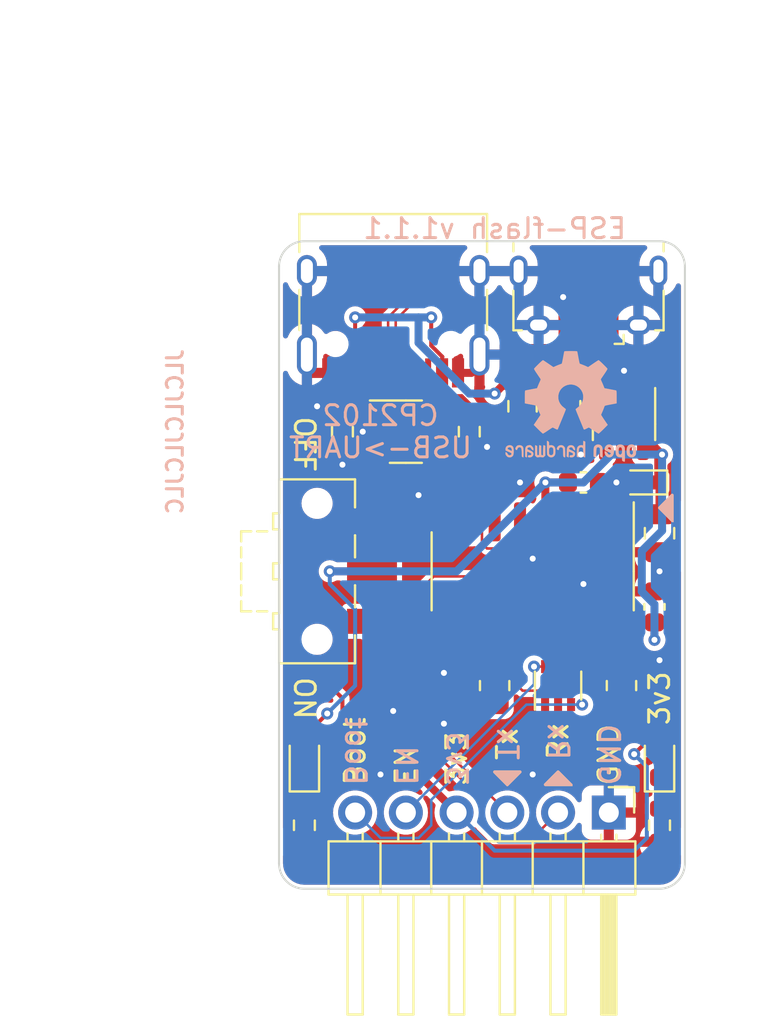
<source format=kicad_pcb>
(kicad_pcb (version 20240108) (generator "pcbnew") (generator_version "8.0")
  (title_block (title "ESP-flash") (date "2025-06-26") (rev "v1.1.1") (company "OSH") (comment 1 "Drawn by: VGD"))
  (layers (0 "F.Cu" signal) (31 "B.Cu" signal) (34 "B.Paste" user) (35 "F.Paste" user) (36 "B.SilkS" user "B.Silkscreen") (37 "F.SilkS" user "F.Silkscreen") (38 "B.Mask" user) (39 "F.Mask" user) (44 "Edge.Cuts" user))
  (net 0 "")
  (net 1 "VBUS")
  (net 2 "GND")
  (net 3 "+3V3")
  (net 4 "/USB_D+")
  (net 5 "Net-(D102-K)")
  (net 6 "Net-(D103-K)")
  (net 7 "/USB_D-")
  (net 8 "Net-(J101-VBUS)")
  (net 10 "/SER_TX")
  (net 11 "/SER_RX")
  (net 12 "/3v3_{SW}")
  (net 13 "/EN")
  (net 14 "/Boot")
  (net 15 "/RTS")
  (net 16 "Net-(J102-CC1)")
  (net 18 "/DTR")
  (net 19 "Net-(J102-CC2)")
  (net 21 "Net-(Q101A-B1)")
  (net 22 "Net-(Q101B-B2)")
  (footprint "Resistor_SMD:R_0805_2012Metric" (layer "F.Cu") (at 149.86 59.69 90)
    (property "Reference" "R104" (hide yes))
    (property "Value" "10k")
    (pad "1" smd roundrect (at -0.9125 0 90) (size 1.025 1.4) (layers "F.Cu" "F.Paste" "F.Mask") (roundrect_rratio 0.243902) (net 22 "Net-(Q101B-B2)"))
    (pad "2" smd roundrect (at 0.9125 0 90) (size 1.025 1.4) (layers "F.Cu" "F.Paste" "F.Mask") (roundrect_rratio 0.243902) (net 15 "/RTS"))
  )
  (footprint "Connector_USB_custom:USB_Micro-B_Amphenol_10118194_Horizontal" (layer "F.Cu") (at 148.209 40.259 180)
    (property "Reference" "J101" (hide yes))
    (property "Value" "USB_B_Micro")
    (pad "1" smd rect (at -1.3 -1.4 180) (size 0.4 1.35) (layers "F.Cu" "F.Paste" "F.Mask") (net 8 "Net-(J101-VBUS)"))
    (pad "2" smd rect (at -0.65 -1.4 180) (size 0.4 1.35) (layers "F.Cu" "F.Paste" "F.Mask") (net 7 "/USB_D-"))
    (pad "3" smd rect (at 0 -1.4 180) (size 0.4 1.35) (layers "F.Cu" "F.Paste" "F.Mask") (net 4 "/USB_D+"))
    (pad "4" smd rect (at 0.65 -1.4 180) (size 0.4 1.35) (layers "F.Cu" "F.Paste" "F.Mask"))
    (pad "5" smd rect (at 1.3 -1.4 180) (size 0.4 1.35) (layers "F.Cu" "F.Paste" "F.Mask") (net 2 "GND"))
    (pad "6" thru_hole oval (at -3.5 1.3 180) (size 0.89 1.55) (drill oval 0.5 1.15) (layers "*.Cu" "*.Mask" "In1.Cu" "In2.Cu" "In3.Cu" "In4.Cu" "In5.Cu" "In6.Cu" "In7.Cu" "In8.Cu" "In9.Cu" "In10.Cu" "In11.Cu" "In12.Cu" "In13.Cu" "In14.Cu" "In15.Cu" "In16.Cu" "In17.Cu" "In18.Cu" "In19.Cu" "In20.Cu" "In21.Cu" "In22.Cu" "In23.Cu" "In24.Cu" "In25.Cu" "In26.Cu" "In27.Cu" "In28.Cu" "In29.Cu" "In30.Cu") (net 2 "GND"))
    (pad "6" thru_hole oval (at -2.5 -1.4 180) (size 1.25 0.95) (drill oval 0.85 0.55) (layers "*.Cu" "*.Mask" "In1.Cu" "In2.Cu" "In3.Cu" "In4.Cu" "In5.Cu" "In6.Cu" "In7.Cu" "In8.Cu" "In9.Cu" "In10.Cu" "In11.Cu" "In12.Cu" "In13.Cu" "In14.Cu" "In15.Cu" "In16.Cu" "In17.Cu" "In18.Cu" "In19.Cu" "In20.Cu" "In21.Cu" "In22.Cu" "In23.Cu" "In24.Cu" "In25.Cu" "In26.Cu" "In27.Cu" "In28.Cu" "In29.Cu" "In30.Cu") (net 2 "GND"))
    (pad "6" thru_hole oval (at 2.5 -1.4 180) (size 1.25 0.95) (drill oval 0.85 0.55) (layers "*.Cu" "*.Mask" "In1.Cu" "In2.Cu" "In3.Cu" "In4.Cu" "In5.Cu" "In6.Cu" "In7.Cu" "In8.Cu" "In9.Cu" "In10.Cu" "In11.Cu" "In12.Cu" "In13.Cu" "In14.Cu" "In15.Cu" "In16.Cu" "In17.Cu" "In18.Cu" "In19.Cu" "In20.Cu" "In21.Cu" "In22.Cu" "In23.Cu" "In24.Cu" "In25.Cu" "In26.Cu" "In27.Cu" "In28.Cu" "In29.Cu" "In30.Cu") (net 2 "GND"))
    (pad "6" thru_hole oval (at 3.5 1.3 180) (size 0.89 1.55) (drill oval 0.5 1.15) (layers "*.Cu" "*.Mask" "In1.Cu" "In2.Cu" "In3.Cu" "In4.Cu" "In5.Cu" "In6.Cu" "In7.Cu" "In8.Cu" "In9.Cu" "In10.Cu" "In11.Cu" "In12.Cu" "In13.Cu" "In14.Cu" "In15.Cu" "In16.Cu" "In17.Cu" "In18.Cu" "In19.Cu" "In20.Cu" "In21.Cu" "In22.Cu" "In23.Cu" "In24.Cu" "In25.Cu" "In26.Cu" "In27.Cu" "In28.Cu" "In29.Cu" "In30.Cu") (net 2 "GND"))
  )
  (footprint "Capacitor_SMD:C_0603_1608Metric" (layer "F.Cu") (at 147.955 49.53)
    (property "Reference" "C103" (hide yes))
    (property "Value" "100nF")
    (pad "1" smd roundrect (at -0.775 0) (size 0.9 0.95) (layers "F.Cu" "F.Paste" "F.Mask") (net 3 "+3V3"))
    (pad "2" smd roundrect (at 0.775 0) (size 0.9 0.95) (layers "F.Cu" "F.Paste" "F.Mask") (net 2 "GND"))
  )
  (footprint "Package_TO_SOT_SMD:SOT-23-6" (layer "F.Cu") (at 139.065 46.99)
    (property "Reference" "U101" (hide yes))
    (property "Value" "ESD PROTECTION")
    (pad "1" smd roundrect (at -1.1375 -0.95) (size 1.325 0.6) (layers "F.Cu" "F.Paste" "F.Mask") (net 4 "/USB_D+"))
    (pad "2" smd roundrect (at -1.1375 0) (size 1.325 0.6) (layers "F.Cu" "F.Paste" "F.Mask") (net 2 "GND"))
    (pad "3" smd roundrect (at -1.1375 0.95) (size 1.325 0.6) (layers "F.Cu" "F.Paste" "F.Mask"))
    (pad "4" smd roundrect (at 1.1375 0.95) (size 1.325 0.6) (layers "F.Cu" "F.Paste" "F.Mask"))
    (pad "5" smd roundrect (at 1.1375 0) (size 1.325 0.6) (layers "F.Cu" "F.Paste" "F.Mask") (net 1 "VBUS"))
    (pad "6" smd roundrect (at 1.1375 -0.95) (size 1.325 0.6) (layers "F.Cu" "F.Paste" "F.Mask") (net 7 "/USB_D-"))
  )
  (footprint "Package_TO_SOT_SMD:SOT-23-5" (layer "F.Cu") (at 149.987 46.609 -90)
    (property "Reference" "U102" (hide yes))
    (property "Value" "TLV75533PDBV")
    (pad "1" smd roundrect (at -1.1375 -0.95 270) (size 1.325 0.6) (layers "F.Cu" "F.Paste" "F.Mask") (net 1 "VBUS"))
    (pad "2" smd roundrect (at -1.1375 0 270) (size 1.325 0.6) (layers "F.Cu" "F.Paste" "F.Mask") (net 2 "GND"))
    (pad "3" smd roundrect (at -1.1375 0.95 270) (size 1.325 0.6) (layers "F.Cu" "F.Paste" "F.Mask") (net 1 "VBUS"))
    (pad "4" smd roundrect (at 1.1375 0.95 270) (size 1.325 0.6) (layers "F.Cu" "F.Paste" "F.Mask"))
    (pad "5" smd roundrect (at 1.1375 -0.95 270) (size 1.325 0.6) (layers "F.Cu" "F.Paste" "F.Mask") (net 3 "+3V3"))
  )
  (footprint "Package_SO:SOIC-16_3.9x9.9mm_P1.27mm" (layer "F.Cu") (at 145.415 53.975 -90)
    (property "Reference" "U103" (hide yes))
    (property "Value" "CH340C")
    (pad "1" smd roundrect (at -2.475 -4.445 270) (size 1.95 0.6) (layers "F.Cu" "F.Paste" "F.Mask") (net 2 "GND"))
    (pad "2" smd roundrect (at -2.475 -3.175 270) (size 1.95 0.6) (layers "F.Cu" "F.Paste" "F.Mask") (net 10 "/SER_TX"))
    (pad "3" smd roundrect (at -2.475 -1.905 270) (size 1.95 0.6) (layers "F.Cu" "F.Paste" "F.Mask") (net 11 "/SER_RX"))
    (pad "4" smd roundrect (at -2.475 -0.635 270) (size 1.95 0.6) (layers "F.Cu" "F.Paste" "F.Mask") (net 3 "+3V3"))
    (pad "5" smd roundrect (at -2.475 0.635 270) (size 1.95 0.6) (layers "F.Cu" "F.Paste" "F.Mask") (net 4 "/USB_D+"))
    (pad "6" smd roundrect (at -2.475 1.905 270) (size 1.95 0.6) (layers "F.Cu" "F.Paste" "F.Mask") (net 7 "/USB_D-"))
    (pad "7" smd roundrect (at -2.475 3.175 270) (size 1.95 0.6) (layers "F.Cu" "F.Paste" "F.Mask"))
    (pad "8" smd roundrect (at -2.475 4.445 270) (size 1.95 0.6) (layers "F.Cu" "F.Paste" "F.Mask"))
    (pad "9" smd roundrect (at 2.475 4.445 270) (size 1.95 0.6) (layers "F.Cu" "F.Paste" "F.Mask"))
    (pad "10" smd roundrect (at 2.475 3.175 270) (size 1.95 0.6) (layers "F.Cu" "F.Paste" "F.Mask"))
    (pad "11" smd roundrect (at 2.475 1.905 270) (size 1.95 0.6) (layers "F.Cu" "F.Paste" "F.Mask"))
    (pad "12" smd roundrect (at 2.475 0.635 270) (size 1.95 0.6) (layers "F.Cu" "F.Paste" "F.Mask"))
    (pad "13" smd roundrect (at 2.475 -0.635 270) (size 1.95 0.6) (layers "F.Cu" "F.Paste" "F.Mask") (net 18 "/DTR"))
    (pad "14" smd roundrect (at 2.475 -1.905 270) (size 1.95 0.6) (layers "F.Cu" "F.Paste" "F.Mask") (net 15 "/RTS"))
    (pad "15" smd roundrect (at 2.475 -3.175 270) (size 1.95 0.6) (layers "F.Cu" "F.Paste" "F.Mask"))
    (pad "16" smd roundrect (at 2.475 -4.445 270) (size 1.95 0.6) (layers "F.Cu" "F.Paste" "F.Mask") (net 3 "+3V3"))
  )
  (footprint "Diode_SMD:D_SOD-523" (layer "F.Cu") (at 151.003 49.53 180)
    (property "Reference" "D101" (hide yes))
    (property "Value" "ESD5Z3.3T1G")
    (pad "1" smd rect (at -0.7 0) (size 0.6 0.7) (layers "F.Cu" "F.Paste" "F.Mask") (net 3 "+3V3"))
    (pad "2" smd rect (at 0.7 0) (size 0.6 0.7) (layers "F.Cu" "F.Paste" "F.Mask") (net 2 "GND"))
  )
  (footprint "Capacitor_SMD:C_0603_1608Metric" (layer "F.Cu") (at 151.511 55.753 90)
    (property "Reference" "C104" (hide yes))
    (property "Value" "100nF")
    (pad "1" smd roundrect (at -0.775 0 90) (size 0.9 0.95) (layers "F.Cu" "F.Paste" "F.Mask") (net 3 "+3V3"))
    (pad "2" smd roundrect (at 0.775 0 90) (size 0.9 0.95) (layers "F.Cu" "F.Paste" "F.Mask") (net 2 "GND"))
  )
  (footprint "Resistor_SMD:R_0603_1608Metric" (layer "F.Cu") (at 133.985 66.675 -90)
    (property "Reference" "R105" (hide yes))
    (property "Value" "10kΩ")
    (pad "1" smd roundrect (at -0.825 0 270) (size 0.8 0.95) (layers "F.Cu" "F.Paste" "F.Mask") (net 5 "Net-(D102-K)"))
    (pad "2" smd roundrect (at 0.825 0 270) (size 0.8 0.95) (layers "F.Cu" "F.Paste" "F.Mask") (net 2 "GND"))
  )
  (footprint "Resistor_SMD:R_0603_1608Metric" (layer "F.Cu") (at 142.24 46.99 90)
    (property "Reference" "R102" (hide yes))
    (property "Value" "5.1k")
    (pad "1" smd roundrect (at -0.825 0 90) (size 0.8 0.95) (layers "F.Cu" "F.Paste" "F.Mask") (net 2 "GND"))
    (pad "2" smd roundrect (at 0.825 0 90) (size 0.8 0.95) (layers "F.Cu" "F.Paste" "F.Mask") (net 16 "Net-(J102-CC1)"))
  )
  (footprint "Capacitor_SMD:C_0805_2012Metric" (layer "F.Cu") (at 151.765 52.07 -90)
    (property "Reference" "C102" (hide yes))
    (property "Value" "4.7uF/6V")
    (pad "1" smd roundrect (at -0.95 0 270) (size 1 1.45) (layers "F.Cu" "F.Paste" "F.Mask") (net 3 "+3V3"))
    (pad "2" smd roundrect (at 0.95 0 270) (size 1 1.45) (layers "F.Cu" "F.Paste" "F.Mask") (net 2 "GND"))
  )
  (footprint "Package_TO_SOT_SMD:SOT-363_SC-70-6" (layer "F.Cu") (at 146.685 59.69 90)
    (property "Reference" "Q101" (hide yes))
    (property "Value" "MMDT3904")
    (pad "1" smd rect (at -0.95 -0.65 90) (size 0.65 0.4) (layers "F.Cu" "F.Paste" "F.Mask") (net 15 "/RTS"))
    (pad "2" smd rect (at -0.95 0 90) (size 0.65 0.4) (layers "F.Cu" "F.Paste" "F.Mask") (net 21 "Net-(Q101A-B1)"))
    (pad "3" smd rect (at -0.95 0.65 90) (size 0.65 0.4) (layers "F.Cu" "F.Paste" "F.Mask") (net 14 "/Boot"))
    (pad "4" smd rect (at 0.95 0.65 90) (size 0.65 0.4) (layers "F.Cu" "F.Paste" "F.Mask") (net 18 "/DTR"))
    (pad "5" smd rect (at 0.95 0 90) (size 0.65 0.4) (layers "F.Cu" "F.Paste" "F.Mask") (net 22 "Net-(Q101B-B2)"))
    (pad "6" smd rect (at 0.95 -0.65 90) (size 0.65 0.4) (layers "F.Cu" "F.Paste" "F.Mask") (net 13 "/EN"))
  )
  (footprint "Resistor_SMD:R_0603_1608Metric" (layer "F.Cu") (at 151.765 66.675 -90)
    (property "Reference" "R106" (hide yes))
    (property "Value" "10kΩ")
    (pad "1" smd roundrect (at -0.825 0 270) (size 0.8 0.95) (layers "F.Cu" "F.Paste" "F.Mask") (net 6 "Net-(D103-K)"))
    (pad "2" smd roundrect (at 0.825 0 270) (size 0.8 0.95) (layers "F.Cu" "F.Paste" "F.Mask") (net 2 "GND"))
  )
  (footprint "LED_SMD:LED_0603_1608Metric" (layer "F.Cu") (at 133.985 63.5 90)
    (property "Reference" "D102" (hide yes))
    (property "Value" "GREEN")
    (pad "1" smd roundrect (at -0.7875 0 90) (size 0.875 0.95) (layers "F.Cu" "F.Paste" "F.Mask") (net 5 "Net-(D102-K)"))
    (pad "2" smd roundrect (at 0.7875 0 90) (size 0.875 0.95) (layers "F.Cu" "F.Paste" "F.Mask") (net 3 "+3V3"))
  )
  (footprint "Capacitor_SMD:C_0805_2012Metric" (layer "F.Cu") (at 147.066 45.72 90)
    (property "Reference" "C101" (hide yes))
    (property "Value" "1uF/10V")
    (pad "1" smd roundrect (at -0.95 0 90) (size 1 1.45) (layers "F.Cu" "F.Paste" "F.Mask") (net 1 "VBUS"))
    (pad "2" smd roundrect (at 0.95 0 90) (size 1 1.45) (layers "F.Cu" "F.Paste" "F.Mask") (net 2 "GND"))
  )
  (footprint "LED_SMD:LED_0603_1608Metric" (layer "F.Cu") (at 151.765 63.5 90)
    (property "Reference" "D103" (hide yes))
    (property "Value" "GREEN")
    (pad "1" smd roundrect (at -0.7875 0 90) (size 0.875 0.95) (layers "F.Cu" "F.Paste" "F.Mask") (net 6 "Net-(D103-K)"))
    (pad "2" smd roundrect (at 0.7875 0 90) (size 0.875 0.95) (layers "F.Cu" "F.Paste" "F.Mask") (net 12 "/3v3_{SW}"))
  )
  (footprint "Button_Switch_SMD:SW_SPDT_CK-JS102011SAQN" (layer "F.Cu") (at 134.62 53.975 -90)
    (property "Reference" "SW101" (hide yes))
    (property "Value" "SW_SPDT")
    (pad "" np_thru_hole circle (at -3.4 0 270) (size 0.9 0.9) (drill 0.9) (layers "*.Cu" "*.Mask" "In1.Cu" "In2.Cu" "In3.Cu" "In4.Cu" "In5.Cu" "In6.Cu" "In7.Cu" "In8.Cu" "In9.Cu" "In10.Cu" "In11.Cu" "In12.Cu" "In13.Cu" "In14.Cu" "In15.Cu" "In16.Cu" "In17.Cu" "In18.Cu" "In19.Cu" "In20.Cu" "In21.Cu" "In22.Cu" "In23.Cu" "In24.Cu" "In25.Cu" "In26.Cu" "In27.Cu" "In28.Cu" "In29.Cu" "In30.Cu"))
    (pad "" np_thru_hole circle (at 3.4 0 270) (size 0.9 0.9) (drill 0.9) (layers "*.Cu" "*.Mask" "In1.Cu" "In2.Cu" "In3.Cu" "In4.Cu" "In5.Cu" "In6.Cu" "In7.Cu" "In8.Cu" "In9.Cu" "In10.Cu" "In11.Cu" "In12.Cu" "In13.Cu" "In14.Cu" "In15.Cu" "In16.Cu" "In17.Cu" "In18.Cu" "In19.Cu" "In20.Cu" "In21.Cu" "In22.Cu" "In23.Cu" "In24.Cu" "In25.Cu" "In26.Cu" "In27.Cu" "In28.Cu" "In29.Cu" "In30.Cu"))
    (pad "1" smd rect (at -2.5 -2.75 270) (size 1.25 2.5) (layers "F.Cu" "F.Paste" "F.Mask") (net 5 "Net-(D102-K)"))
    (pad "2" smd rect (at 0 -2.75 270) (size 1.25 2.5) (layers "F.Cu" "F.Paste" "F.Mask") (net 3 "+3V3"))
    (pad "3" smd rect (at 2.5 -2.75 270) (size 1.25 2.5) (layers "F.Cu" "F.Paste" "F.Mask") (net 12 "/3v3_{SW}"))
  )
  (footprint "Resistor_SMD:R_0603_1608Metric" (layer "F.Cu") (at 135.89 46.99 90)
    (property "Reference" "R101" (hide yes))
    (property "Value" "5.1k")
    (pad "1" smd roundrect (at -0.825 0 90) (size 0.8 0.95) (layers "F.Cu" "F.Paste" "F.Mask") (net 2 "GND"))
    (pad "2" smd roundrect (at 0.825 0 90) (size 0.8 0.95) (layers "F.Cu" "F.Paste" "F.Mask") (net 19 "Net-(J102-CC2)"))
  )
  (footprint "Fuse:Fuse_0805_2012Metric_Pad1.15x1.40mm_HandSolder" (layer "F.Cu") (at 144.907 45.72 90)
    (property "Reference" "F101" (hide yes))
    (property "Value" "0ZCK0050FF2E (TLC-PSMD050)")
    (pad "1" smd roundrect (at -1.025 0 90) (size 1.15 1.4) (layers "F.Cu" "F.Paste" "F.Mask") (roundrect_rratio 0.217391) (net 1 "VBUS"))
    (pad "2" smd roundrect (at 1.025 0 90) (size 1.15 1.4) (layers "F.Cu" "F.Paste" "F.Mask") (roundrect_rratio 0.217391) (net 8 "Net-(J101-VBUS)"))
  )
  (footprint "Connector_USB:USB_C_Receptacle_HRO_TYPE-C-31-M-12" (layer "F.Cu") (at 138.43 40.005 180)
    (property "Reference" "J102" (hide yes))
    (property "Value" "USB_C_Receptacle_USB2.0")
    (pad "" np_thru_hole circle (at -2.89 -2.6 180) (size 0.65 0.65) (drill 0.65) (layers "*.Cu" "*.Mask" "In1.Cu" "In2.Cu" "In3.Cu" "In4.Cu" "In5.Cu" "In6.Cu" "In7.Cu" "In8.Cu" "In9.Cu" "In10.Cu" "In11.Cu" "In12.Cu" "In13.Cu" "In14.Cu" "In15.Cu" "In16.Cu" "In17.Cu" "In18.Cu" "In19.Cu" "In20.Cu" "In21.Cu" "In22.Cu" "In23.Cu" "In24.Cu" "In25.Cu" "In26.Cu" "In27.Cu" "In28.Cu" "In29.Cu" "In30.Cu"))
    (pad "" np_thru_hole circle (at 2.89 -2.6 180) (size 0.65 0.65) (drill 0.65) (layers "*.Cu" "*.Mask" "In1.Cu" "In2.Cu" "In3.Cu" "In4.Cu" "In5.Cu" "In6.Cu" "In7.Cu" "In8.Cu" "In9.Cu" "In10.Cu" "In11.Cu" "In12.Cu" "In13.Cu" "In14.Cu" "In15.Cu" "In16.Cu" "In17.Cu" "In18.Cu" "In19.Cu" "In20.Cu" "In21.Cu" "In22.Cu" "In23.Cu" "In24.Cu" "In25.Cu" "In26.Cu" "In27.Cu" "In28.Cu" "In29.Cu" "In30.Cu"))
    (pad "A1" smd rect (at -3.25 -4.045 180) (size 0.6 1.45) (layers "F.Cu" "F.Paste" "F.Mask") (net 2 "GND"))
    (pad "A4" smd rect (at -2.45 -4.045 180) (size 0.6 1.45) (layers "F.Cu" "F.Paste" "F.Mask") (net 8 "Net-(J101-VBUS)"))
    (pad "A5" smd rect (at -1.25 -4.045 180) (size 0.3 1.45) (layers "F.Cu" "F.Paste" "F.Mask") (net 16 "Net-(J102-CC1)"))
    (pad "A6" smd rect (at -0.25 -4.045 180) (size 0.3 1.45) (layers "F.Cu" "F.Paste" "F.Mask") (net 4 "/USB_D+"))
    (pad "A7" smd rect (at 0.25 -4.045 180) (size 0.3 1.45) (layers "F.Cu" "F.Paste" "F.Mask") (net 7 "/USB_D-"))
    (pad "A8" smd rect (at 1.25 -4.045 180) (size 0.3 1.45) (layers "F.Cu" "F.Paste" "F.Mask"))
    (pad "A9" smd rect (at 2.45 -4.045 180) (size 0.6 1.45) (layers "F.Cu" "F.Paste" "F.Mask") (net 8 "Net-(J101-VBUS)"))
    (pad "A12" smd rect (at 3.25 -4.045 180) (size 0.6 1.45) (layers "F.Cu" "F.Paste" "F.Mask") (net 2 "GND"))
    (pad "B1" smd rect (at 3.25 -4.045 180) (size 0.6 1.45) (layers "F.Cu" "F.Paste" "F.Mask") (net 2 "GND"))
    (pad "B4" smd rect (at 2.45 -4.045 180) (size 0.6 1.45) (layers "F.Cu" "F.Paste" "F.Mask") (net 8 "Net-(J101-VBUS)"))
    (pad "B5" smd rect (at 1.75 -4.045 180) (size 0.3 1.45) (layers "F.Cu" "F.Paste" "F.Mask") (net 19 "Net-(J102-CC2)"))
    (pad "B6" smd rect (at 0.75 -4.045 180) (size 0.3 1.45) (layers "F.Cu" "F.Paste" "F.Mask") (net 4 "/USB_D+"))
    (pad "B7" smd rect (at -0.75 -4.045 180) (size 0.3 1.45) (layers "F.Cu" "F.Paste" "F.Mask") (net 7 "/USB_D-"))
    (pad "B8" smd rect (at -1.75 -4.045 180) (size 0.3 1.45) (layers "F.Cu" "F.Paste" "F.Mask"))
    (pad "B9" smd rect (at -2.45 -4.045 180) (size 0.6 1.45) (layers "F.Cu" "F.Paste" "F.Mask") (net 8 "Net-(J101-VBUS)"))
    (pad "B12" smd rect (at -3.25 -4.045 180) (size 0.6 1.45) (layers "F.Cu" "F.Paste" "F.Mask") (net 2 "GND"))
    (pad "S1" thru_hole oval (at -4.32 -3.13 180) (size 1 2.1) (drill oval 0.6 1.7) (layers "*.Cu" "*.Mask" "In1.Cu" "In2.Cu" "In3.Cu" "In4.Cu" "In5.Cu" "In6.Cu" "In7.Cu" "In8.Cu" "In9.Cu" "In10.Cu" "In11.Cu" "In12.Cu" "In13.Cu" "In14.Cu" "In15.Cu" "In16.Cu" "In17.Cu" "In18.Cu" "In19.Cu" "In20.Cu" "In21.Cu" "In22.Cu" "In23.Cu" "In24.Cu" "In25.Cu" "In26.Cu" "In27.Cu" "In28.Cu" "In29.Cu" "In30.Cu") (net 2 "GND"))
    (pad "S1" thru_hole oval (at -4.32 1.05 180) (size 1 1.6) (drill oval 0.6 1.2) (layers "*.Cu" "*.Mask" "In1.Cu" "In2.Cu" "In3.Cu" "In4.Cu" "In5.Cu" "In6.Cu" "In7.Cu" "In8.Cu" "In9.Cu" "In10.Cu" "In11.Cu" "In12.Cu" "In13.Cu" "In14.Cu" "In15.Cu" "In16.Cu" "In17.Cu" "In18.Cu" "In19.Cu" "In20.Cu" "In21.Cu" "In22.Cu" "In23.Cu" "In24.Cu" "In25.Cu" "In26.Cu" "In27.Cu" "In28.Cu" "In29.Cu" "In30.Cu") (net 2 "GND"))
    (pad "S1" thru_hole oval (at 4.32 -3.13 180) (size 1 2.1) (drill oval 0.6 1.7) (layers "*.Cu" "*.Mask" "In1.Cu" "In2.Cu" "In3.Cu" "In4.Cu" "In5.Cu" "In6.Cu" "In7.Cu" "In8.Cu" "In9.Cu" "In10.Cu" "In11.Cu" "In12.Cu" "In13.Cu" "In14.Cu" "In15.Cu" "In16.Cu" "In17.Cu" "In18.Cu" "In19.Cu" "In20.Cu" "In21.Cu" "In22.Cu" "In23.Cu" "In24.Cu" "In25.Cu" "In26.Cu" "In27.Cu" "In28.Cu" "In29.Cu" "In30.Cu") (net 2 "GND"))
    (pad "S1" thru_hole oval (at 4.32 1.05 180) (size 1 1.6) (drill oval 0.6 1.2) (layers "*.Cu" "*.Mask" "In1.Cu" "In2.Cu" "In3.Cu" "In4.Cu" "In5.Cu" "In6.Cu" "In7.Cu" "In8.Cu" "In9.Cu" "In10.Cu" "In11.Cu" "In12.Cu" "In13.Cu" "In14.Cu" "In15.Cu" "In16.Cu" "In17.Cu" "In18.Cu" "In19.Cu" "In20.Cu" "In21.Cu" "In22.Cu" "In23.Cu" "In24.Cu" "In25.Cu" "In26.Cu" "In27.Cu" "In28.Cu" "In29.Cu" "In30.Cu") (net 2 "GND"))
  )
  (footprint "Connector_PinHeader_2.54mm:PinHeader_1x06_P2.54mm_Horizontal" (layer "F.Cu") (at 149.225 66.04 -90)
    (property "Reference" "J103" (hide yes))
    (property "Value" "Conn_01x06")
    (pad "1" thru_hole rect (at 0 0 270) (size 1.7 1.7) (drill 1) (layers "*.Cu" "*.Mask" "In1.Cu" "In2.Cu" "In3.Cu" "In4.Cu" "In5.Cu" "In6.Cu" "In7.Cu" "In8.Cu" "In9.Cu" "In10.Cu" "In11.Cu" "In12.Cu" "In13.Cu" "In14.Cu" "In15.Cu" "In16.Cu" "In17.Cu" "In18.Cu" "In19.Cu" "In20.Cu" "In21.Cu" "In22.Cu" "In23.Cu" "In24.Cu" "In25.Cu" "In26.Cu" "In27.Cu" "In28.Cu" "In29.Cu" "In30.Cu") (net 2 "GND"))
    (pad "2" thru_hole oval (at 0 2.54 270) (size 1.7 1.7) (drill 1) (layers "*.Cu" "*.Mask" "In1.Cu" "In2.Cu" "In3.Cu" "In4.Cu" "In5.Cu" "In6.Cu" "In7.Cu" "In8.Cu" "In9.Cu" "In10.Cu" "In11.Cu" "In12.Cu" "In13.Cu" "In14.Cu" "In15.Cu" "In16.Cu" "In17.Cu" "In18.Cu" "In19.Cu" "In20.Cu" "In21.Cu" "In22.Cu" "In23.Cu" "In24.Cu" "In25.Cu" "In26.Cu" "In27.Cu" "In28.Cu" "In29.Cu" "In30.Cu") (net 11 "/SER_RX"))
    (pad "3" thru_hole oval (at 0 5.08 270) (size 1.7 1.7) (drill 1) (layers "*.Cu" "*.Mask" "In1.Cu" "In2.Cu" "In3.Cu" "In4.Cu" "In5.Cu" "In6.Cu" "In7.Cu" "In8.Cu" "In9.Cu" "In10.Cu" "In11.Cu" "In12.Cu" "In13.Cu" "In14.Cu" "In15.Cu" "In16.Cu" "In17.Cu" "In18.Cu" "In19.Cu" "In20.Cu" "In21.Cu" "In22.Cu" "In23.Cu" "In24.Cu" "In25.Cu" "In26.Cu" "In27.Cu" "In28.Cu" "In29.Cu" "In30.Cu") (net 10 "/SER_TX"))
    (pad "4" thru_hole oval (at 0 7.62 270) (size 1.7 1.7) (drill 1) (layers "*.Cu" "*.Mask" "In1.Cu" "In2.Cu" "In3.Cu" "In4.Cu" "In5.Cu" "In6.Cu" "In7.Cu" "In8.Cu" "In9.Cu" "In10.Cu" "In11.Cu" "In12.Cu" "In13.Cu" "In14.Cu" "In15.Cu" "In16.Cu" "In17.Cu" "In18.Cu" "In19.Cu" "In20.Cu" "In21.Cu" "In22.Cu" "In23.Cu" "In24.Cu" "In25.Cu" "In26.Cu" "In27.Cu" "In28.Cu" "In29.Cu" "In30.Cu") (net 12 "/3v3_{SW}"))
    (pad "5" thru_hole oval (at 0 10.16 270) (size 1.7 1.7) (drill 1) (layers "*.Cu" "*.Mask" "In1.Cu" "In2.Cu" "In3.Cu" "In4.Cu" "In5.Cu" "In6.Cu" "In7.Cu" "In8.Cu" "In9.Cu" "In10.Cu" "In11.Cu" "In12.Cu" "In13.Cu" "In14.Cu" "In15.Cu" "In16.Cu" "In17.Cu" "In18.Cu" "In19.Cu" "In20.Cu" "In21.Cu" "In22.Cu" "In23.Cu" "In24.Cu" "In25.Cu" "In26.Cu" "In27.Cu" "In28.Cu" "In29.Cu" "In30.Cu") (net 13 "/EN"))
    (pad "6" thru_hole oval (at 0 12.7 270) (size 1.7 1.7) (drill 1) (layers "*.Cu" "*.Mask" "In1.Cu" "In2.Cu" "In3.Cu" "In4.Cu" "In5.Cu" "In6.Cu" "In7.Cu" "In8.Cu" "In9.Cu" "In10.Cu" "In11.Cu" "In12.Cu" "In13.Cu" "In14.Cu" "In15.Cu" "In16.Cu" "In17.Cu" "In18.Cu" "In19.Cu" "In20.Cu" "In21.Cu" "In22.Cu" "In23.Cu" "In24.Cu" "In25.Cu" "In26.Cu" "In27.Cu" "In28.Cu" "In29.Cu" "In30.Cu") (net 14 "/Boot"))
  )
  (footprint "Resistor_SMD:R_0805_2012Metric" (layer "F.Cu") (at 143.51 59.69 -90)
    (property "Reference" "R103" (hide yes))
    (property "Value" "10k")
    (pad "1" smd roundrect (at -0.9125 0 270) (size 1.025 1.4) (layers "F.Cu" "F.Paste" "F.Mask") (roundrect_rratio 0.243902) (net 21 "Net-(Q101A-B1)"))
    (pad "2" smd roundrect (at 0.9125 0 270) (size 1.025 1.4) (layers "F.Cu" "F.Paste" "F.Mask") (roundrect_rratio 0.243902) (net 18 "/DTR"))
  )
  (footprint "Symbol:OSHW-Logo2_7.3x6mm_SilkScreen" (layer "B.Cu") (at 147.32 45.72 180)
    (property "Reference" "LOGO101" (hide yes))
    (property "Value" "Open_Hardware" (hide yes))
  )
  (gr_poly (pts (xy 152.4 50.165) (xy 152.4 51.435) (xy 151.765 50.8)) (stroke (width 0.15)) (fill solid) (layer "B.SilkS"))
  (gr_poly (pts (xy 147.32 64.643) (xy 146.05 64.643) (xy 146.685 64.008)) (stroke (width 0.15)) (fill solid) (layer "B.SilkS"))
  (gr_poly (pts (xy 144.145 64.643) (xy 143.51 64.008) (xy 144.78 64.008)) (stroke (width 0.15)) (fill solid) (layer "B.SilkS"))
  (gr_poly (pts (xy 146.05 64.643) (xy 147.32 64.643) (xy 146.685 64.008)) (stroke (width 0.15)) (fill solid) (layer "F.SilkS"))
  (gr_poly (pts (xy 144.145 64.643) (xy 144.78 64.008) (xy 143.51 64.008)) (stroke (width 0.15)) (fill solid) (layer "F.SilkS"))
  (gr_line (start 133.985 69.85) (end 151.765 69.85) (stroke (width 0.1)) (layer "Edge.Cuts"))
  (gr_line (start 153.035 68.58) (end 153.035 38.735) (stroke (width 0.1)) (layer "Edge.Cuts"))
  (gr_line (start 151.765 37.465) (end 133.985 37.465) (stroke (width 0.1)) (layer "Edge.Cuts"))
  (gr_arc (start 132.715 38.735) (mid 133.086974 37.836974) (end 133.985 37.465) (stroke (width 0.1)) (layer "Edge.Cuts"))
  (gr_arc (start 151.765 37.465) (mid 152.663026 37.836974) (end 153.035 38.735) (stroke (width 0.1)) (layer "Edge.Cuts"))
  (gr_line (start 132.715 38.735) (end 132.715 68.58) (stroke (width 0.1)) (layer "Edge.Cuts"))
  (gr_arc (start 153.035 68.58) (mid 152.663026 69.478026) (end 151.765 69.85) (stroke (width 0.1)) (layer "Edge.Cuts"))
  (gr_arc (start 133.985 69.85) (mid 133.086974 69.478026) (end 132.715 68.58) (stroke (width 0.1)) (layer "Edge.Cuts"))
  (gr_text "Rx" (at 146.685 63.5 270) (layer "B.SilkS") (effects (font (size 1 1)) (justify left mirror)))
  (gr_text "EN" (at 139.078775 64.762075 270) (layer "B.SilkS") (effects (font (size 1 1)) (justify left mirror)))
  (gr_text "${TITLE} ${REVISION}" (at 143.51 36.83 0) (layer "B.SilkS") (effects (font (size 1 1)) (justify mirror)))
  (gr_text "Boot" (at 136.538775 64.762075 270) (layer "B.SilkS") (effects (font (size 1 1)) (justify left mirror)))
  (gr_text "Tx" (at 144.145 63.5 270) (layer "B.SilkS") (effects (font (size 1 1)) (justify left mirror)))
  (gr_text "JLCJLCJLCJLC" (at 127.508 46.99 90) (layer "B.SilkS") (effects (font (size 0.8 0.8)) (justify mirror)))
  (gr_text "CP2102\nUSB->UART" (at 137.795 46.99 0) (layer "B.SilkS") (effects (font (size 1 1)) (justify mirror)))
  (gr_text "GND" (at 149.225 64.77 270) (layer "B.SilkS") (effects (font (size 1 1)) (justify left mirror)))
  (gr_text "3v3" (at 141.605 64.77 270) (layer "B.SilkS") (effects (font (size 1 1)) (justify left mirror)))
  (gr_text "OFF" (at 133.985 47.625 270) (layer "F.SilkS") (effects (font (size 1 1))))
  (gr_text "Tx" (at 144.145 63.5 90) (layer "F.SilkS") (effects (font (size 1 1)) (justify left)))
  (gr_text "Boot" (at 136.525 64.77 90) (layer "F.SilkS") (effects (font (size 1 1)) (justify left)))
  (gr_text "GND" (at 149.225 64.77 90) (layer "F.SilkS") (effects (font (size 1 1)) (justify left)))
  (gr_text "EN" (at 139.065 64.77 90) (layer "F.SilkS") (effects (font (size 1 1)) (justify left)))
  (gr_text "Rx" (at 146.685 63.5 90) (layer "F.SilkS") (effects (font (size 1 1)) (justify left)))
  (gr_text "ON" (at 133.985 60.325 270) (layer "F.SilkS") (effects (font (size 1 1))))
  (gr_text "3v3" (at 151.765 60.325 90) (layer "F.SilkS") (effects (font (size 1 1))))
  (gr_text "3v3" (at 141.605 64.77 90) (layer "F.SilkS") (effects (font (size 1 1)) (justify left)))
  (segment (start 150.937 45.4715) (end 150.937 46.294) (width 0.4) (layer "F.Cu") (net 1))
  (segment (start 149.098 46.609) (end 149.037 46.548) (width 0.4) (layer "F.Cu") (net 1))
  (segment (start 147.188 46.548) (end 147.066 46.67) (width 0.4) (layer "F.Cu") (net 1))
  (segment (start 150.622 46.609) (end 149.098 46.609) (width 0.4) (layer "F.Cu") (net 1))
  (segment (start 149.037 45.4715) (end 149.037 46.548) (width 0.4) (layer "F.Cu") (net 1))
  (segment (start 143.002 46.99) (end 143.322 46.67) (width 0.4) (layer "F.Cu") (net 1))
  (segment (start 150.937 46.294) (end 150.622 46.609) (width 0.4) (layer "F.Cu") (net 1))
  (segment (start 149.037 46.548) (end 147.188 46.548) (width 0.4) (layer "F.Cu") (net 1))
  (segment (start 143.322 46.67) (end 147.066 46.67) (width 0.4) (layer "F.Cu") (net 1))
  (segment (start 140.2025 46.99) (end 143.002 46.99) (width 0.4) (layer "F.Cu") (net 1))
  (segment (start 146.909 40.289) (end 146.939 40.259) (width 0.4) (layer "F.Cu") (net 2))
  (segment (start 142.24 47.815) (end 143.066 47.815) (width 0.2) (layer "F.Cu") (net 2))
  (segment (start 143.066 47.815) (end 143.129 47.752) (width 0.2) (layer "F.Cu") (net 2))
  (segment (start 151.511 54.229) (end 151.765 53.975) (width 0.2) (layer "F.Cu") (net 2))
  (segment (start 135.89 47.815) (end 135.89 48.641) (width 0.2) (layer "F.Cu") (net 2))
  (segment (start 142.75 43.648) (end 142.75 43.135) (width 0.4) (layer "F.Cu") (net 2))
  (segment (start 151.765 53.02) (end 151.765 53.975) (width 0.2) (layer "F.Cu") (net 2))
  (segment (start 134.11 43.648) (end 134.11 43.135) (width 0.4) (layer "F.Cu") (net 2))
  (segment (start 149.606 50.038) (end 149.606 49.53) (width 0.4) (layer "F.Cu") (net 2))
  (segment (start 137.9275 46.99) (end 136.906 46.99) (width 0.2) (layer "F.Cu") (net 2))
  (segment (start 149.86 51.5) (end 149.86 50.292) (width 0.4) (layer "F.Cu") (net 2))
  (segment (start 134.512 44.05) (end 134.11 43.648) (width 0.4) (layer "F.Cu") (net 2))
  (segment (start 150.303 49.53) (end 149.606 49.53) (width 0.2) (layer "F.Cu") (net 2))
  (segment (start 135.18 44.05) (end 134.512 44.05) (width 0.4) (layer "F.Cu") (net 2))
  (segment (start 147.254 44.77) (end 147.828 44.196) (width 0.4) (layer "F.Cu") (net 2))
  (segment (start 149.479 43.942) (end 149.987 43.942) (width 0.4) (layer "F.Cu") (net 2))
  (segment (start 142.348 44.05) (end 142.75 43.648) (width 0.4) (layer "F.Cu") (net 2))
  (segment (start 147.066 44.77) (end 147.254 44.77) (width 0.4) (layer "F.Cu") (net 2))
  (segment (start 149.86 50.292) (end 149.606 50.038) (width 0.4) (layer "F.Cu") (net 2))
  (segment (start 151.511 54.978) (end 151.511 54.229) (width 0.2) (layer "F.Cu") (net 2))
  (segment (start 149.225 44.196) (end 149.479 43.942) (width 0.4) (layer "F.Cu") (net 2))
  (segment (start 146.909 41.659) (end 146.909 40.289) (width 0.4) (layer "F.Cu") (net 2))
  (segment (start 141.68 44.05) (end 142.348 44.05) (width 0.4) (layer "F.Cu") (net 2))
  (segment (start 149.987 45.4715) (end 149.987 43.942) (width 0.2) (layer "F.Cu") (net 2))
  (segment (start 147.828 44.196) (end 149.225 44.196) (width 0.4) (layer "F.Cu") (net 2))
  (segment (start 148.73 49.53) (end 149.606 49.53) (width 0.2) (layer "F.Cu") (net 2))
  (via (at 145.415 53.34) (size 0.6) (drill 0.3) (layers "F.Cu" "B.Cu") (net 2))
  (via (at 145.415 64.135) (size 0.6) (drill 0.3) (layers "F.Cu" "B.Cu") (net 2))
  (via (at 149.606 49.53) (size 0.6) (drill 0.3) (layers "F.Cu" "B.Cu") (net 2))
  (via (at 144.78 49.53) (size 0.6) (drill 0.3) (layers "F.Cu" "B.Cu") (net 2))
  (via (at 151.765 53.975) (size 0.6) (drill 0.3) (layers "F.Cu" "B.Cu") (net 2))
  (via (at 146.939 40.259) (size 0.6) (drill 0.3) (layers "F.Cu" "B.Cu") (net 2))
  (via (at 135.89 48.641) (size 0.6) (drill 0.3) (layers "F.Cu" "B.Cu") (net 2))
  (via (at 147.828 48.133) (size 0.6) (drill 0.3) (layers "F.Cu" "B.Cu") (net 2))
  (via (at 139.7 50.165) (size 0.6) (drill 0.3) (layers "F.Cu" "B.Cu") (net 2))
  (via (at 137.795 64.135) (size 0.6) (drill 0.3) (layers "F.Cu" "B.Cu") (net 2))
  (via (at 136.906 46.99) (size 0.6) (drill 0.3) (layers "F.Cu" "B.Cu") (net 2))
  (via (at 149.987 43.942) (size 0.6) (drill 0.3) (layers "F.Cu" "B.Cu") (net 2))
  (via (at 147.955 54.61) (size 0.6) (drill 0.3) (layers "F.Cu" "B.Cu") (net 2))
  (via (at 140.97 59.055) (size 0.6) (drill 0.3) (layers "F.Cu" "B.Cu") (net 2))
  (via (at 138.43 60.96) (size 0.6) (drill 0.3) (layers "F.Cu" "B.Cu") (net 2))
  (via (at 151.765 58.42) (size 0.6) (drill 0.3) (layers "F.Cu" "B.Cu") (net 2))
  (via (at 143.129 47.752) (size 0.6) (drill 0.3) (layers "F.Cu" "B.Cu") (net 2))
  (via (at 134.62 45.72) (size 0.6) (drill 0.3) (layers "F.Cu" "B.Cu") (net 2))
  (via (at 140.97 61.595) (size 0.6) (drill 0.3) (layers "F.Cu" "B.Cu") (net 2))
  (segment (start 150.937 47.7465) (end 151.5055 47.7465) (width 0.4) (layer "F.Cu") (net 3))
  (segment (start 146.05 51.5) (end 146.05 49.53) (width 0.4) (layer "F.Cu") (net 3))
  (segment (start 146.05 49.53) (end 147.18 49.53) (width 0.4) (layer "F.Cu") (net 3))
  (segment (start 151.765 51.12) (end 151.765 49.592) (width 0.4) (layer "F.Cu") (net 3))
  (segment (start 151.433 56.45) (end 151.511 56.528) (width 0.4) (layer "F.Cu") (net 3))
  (segment (start 151.703 49.53) (end 151.703 48.322) (width 0.4) (layer "F.Cu") (net 3))
  (segment (start 137.37 53.975) (end 135.255 53.975) (width 0.4) (layer "F.Cu") (net 3))
  (segment (start 151.511 56.528) (end 151.511 57.404) (width 0.4) (layer "F.Cu") (net 3))
  (segment (start 133.985 62.7125) (end 133.985 62.23) (width 0.2) (layer "F.Cu") (net 3))
  (segment (start 133.985 62.23) (end 135.128 61.087) (width 0.2) (layer "F.Cu") (net 3))
  (segment (start 151.703 48.322) (end 151.892 48.133) (width 0.4) (layer "F.Cu") (net 3))
  (segment (start 151.765 49.592) (end 151.703 49.53) (width 0.4) (layer "F.Cu") (net 3))
  (segment (start 149.86 56.45) (end 151.433 56.45) (width 0.4) (layer "F.Cu") (net 3))
  (segment (start 151.5055 47.7465) (end 151.892 48.133) (width 0.4) (layer "F.Cu") (net 3))
  (via (at 151.892 48.133) (size 0.6) (drill 0.3) (layers "F.Cu" "B.Cu") (net 3))
  (via (at 146.05 49.53) (size 0.6) (drill 0.3) (layers "F.Cu" "B.Cu") (net 3))
  (via (at 151.511 57.404) (size 0.6) (drill 0.3) (layers "F.Cu" "B.Cu") (net 3))
  (via (at 135.128 61.087) (size 0.6) (drill 0.3) (layers "F.Cu" "B.Cu") (net 3))
  (via (at 135.255 53.975) (size 0.6) (drill 0.3) (layers "F.Cu" "B.Cu") (net 3))
  (segment (start 136.525 59.69) (end 136.525 55.88) (width 0.2) (layer "B.Cu") (net 3))
  (segment (start 150.876 54.991) (end 151.511 55.626) (width 0.4) (layer "B.Cu") (net 3))
  (segment (start 150.876 52.959) (end 150.876 54.991) (width 0.4) (layer "B.Cu") (net 3))
  (segment (start 135.255 54.61) (end 135.255 53.975) (width 0.2) (layer "B.Cu") (net 3))
  (segment (start 147.955 49.53) (end 146.05 49.53) (width 0.4) (layer "B.Cu") (net 3))
  (segment (start 146.05 49.53) (end 141.605 53.975) (width 0.4) (layer "B.Cu") (net 3))
  (segment (start 151.892 48.133) (end 151.892 51.943) (width 0.4) (layer "B.Cu") (net 3))
  (segment (start 136.525 55.88) (end 135.255 54.61) (width 0.2) (layer "B.Cu") (net 3))
  (segment (start 151.892 51.943) (end 150.876 52.959) (width 0.4) (layer "B.Cu") (net 3))
  (segment (start 149.352 48.133) (end 147.955 49.53) (width 0.4) (layer "B.Cu") (net 3))
  (segment (start 141.605 53.975) (end 135.255 53.975) (width 0.4) (layer "B.Cu") (net 3))
  (segment (start 135.128 61.087) (end 136.525 59.69) (width 0.2) (layer "B.Cu") (net 3))
  (segment (start 151.892 48.133) (end 149.352 48.133) (width 0.4) (layer "B.Cu") (net 3))
  (segment (start 151.511 55.626) (end 151.511 57.404) (width 0.4) (layer "B.Cu") (net 3))
  (segment (start 145.034 42.672) (end 143.256 40.894) (width 0.127) (layer "F.Cu") (net 4))
  (segment (start 137.68 45.097) (end 137.791 45.208) (width 0.127) (layer "F.Cu") (net 4))
  (segment (start 138.877 46.04) (end 138.938 46.101) (width 0.127) (layer "F.Cu") (net 4))
  (segment (start 137.9275 46.04) (end 138.877 46.04) (width 0.127) (layer "F.Cu") (net 4))
  (segment (start 142.621 49.276) (end 142.875 49.53) (width 0.127) (layer "F.Cu") (net 4))
  (segment (start 141.732 40.894) (end 140.843 40.005) (width 0.127) (layer "F.Cu") (net 4))
  (segment (start 143.129 52.832) (end 144.526 52.832) (width 0.127) (layer "F.Cu") (net 4))
  (segment (start 147.998 42.672) (end 145.034 42.672) (width 0.127) (layer "F.Cu") (net 4))
  (segment (start 138.938 48.514) (end 139.7 49.276) (width 0.127) (layer "F.Cu") (net 4))
  (segment (start 139.446 40.005) (end 138.176 41.275) (width 0.127) (layer "F.Cu") (net 4))
  (segment (start 137.791 45.208) (end 138.68 45.208) (width 0.127) (layer "F.Cu") (net 4))
  (segment (start 138.176 41.275) (end 138.176 42.545) (width 0.127) (layer "F.Cu") (net 4))
  (segment (start 148.209 42.461) (end 147.998 42.672) (width 0.127) (layer "F.Cu") (net 4))
  (segment (start 138.938 45.466) (end 138.938 46.101) (width 0.127) (layer "F.Cu") (net 4))
  (segment (start 143.256 40.894) (end 141.732 40.894) (width 0.127) (layer "F.Cu") (net 4))
  (segment (start 137.68 43.041) (end 137.68 44.05) (width 0.127) (layer "F.Cu") (net 4))
  (segment (start 139.7 49.276) (end 142.621 49.276) (width 0.127) (layer "F.Cu") (net 4))
  (segment (start 148.209 41.659) (end 148.209 42.461) (width 0.127) (layer "F.Cu") (net 4))
  (segment (start 137.68 44.05) (end 137.68 45.097) (width 0.127) (layer "F.Cu") (net 4))
  (segment (start 138.938 46.101) (end 138.938 48.514) (width 0.127) (layer "F.Cu") (net 4))
  (segment (start 140.843 40.005) (end 139.446 40.005) (width 0.127) (layer "F.Cu") (net 4))
  (segment (start 142.875 52.578) (end 143.129 52.832) (width 0.127) (layer "F.Cu") (net 4))
  (segment (start 144.78 52.578) (end 144.78 51.5) (width 0.127) (layer "F.Cu") (net 4))
  (segment (start 138.68 44.05) (end 138.68 45.208) (width 0.127) (layer "F.Cu") (net 4))
  (segment (start 144.526 52.832) (end 144.78 52.578) (width 0.127) (layer "F.Cu") (net 4))
  (segment (start 138.176 42.545) (end 137.68 43.041) (width 0.127) (layer "F.Cu") (net 4))
  (segment (start 142.875 49.53) (end 142.875 52.578) (width 0.127) (layer "F.Cu") (net 4))
  (segment (start 138.68 45.208) (end 138.938 45.466) (width 0.127) (layer "F.Cu") (net 4))
  (segment (start 133.985 65.85) (end 133.985 64.2875) (width 0.2) (layer "F.Cu") (net 5))
  (segment (start 133.985 64.2875) (end 135.89 62.3825) (width 0.2) (layer "F.Cu") (net 5))
  (segment (start 133.604 53.721) (end 135.85 51.475) (width 0.2) (layer "F.Cu") (net 5))
  (segment (start 133.604 58.039) (end 133.604 53.721) (width 0.2) (layer "F.Cu") (net 5))
  (segment (start 135.89 60.325) (end 133.604 58.039) (width 0.2) (layer "F.Cu") (net 5))
  (segment (start 135.85 51.475) (end 137.37 51.475) (width 0.2) (layer "F.Cu") (net 5))
  (segment (start 135.89 62.3825) (end 135.89 60.325) (width 0.2) (layer "F.Cu") (net 5))
  (segment (start 151.765 64.2875) (end 151.765 65.85) (width 0.2) (layer "F.Cu") (net 6))
  (segment (start 139.18 44.05) (end 139.18 45.085) (width 0.127) (layer "F.Cu") (net 7))
  (segment (start 139.31348 48.39252) (end 139.81596 48.895) (width 0.127) (layer "F.Cu") (net 7))
  (segment (start 139.31348 45.339) (end 139.31348 45.97952) (width 0.127) (layer "F.Cu") (net 7))
  (segment (start 138.557 41.402) (end 138.557 43.053) (width 0.127) (layer "F.Cu") (net 7))
  (segment (start 148.859 41.659) (end 148.859 42.657) (width 0.127) (layer "F.Cu") (net 7))
  (segment (start 139.827 48.895) (end 142.875 48.895) (width 0.127) (layer "F.Cu") (net 7))
  (segment (start 140.2025 46.04) (end 139.37396 46.04) (width 0.127) (layer "F.Cu") (net 7))
  (segment (start 148.859 42.657) (end 148.463 43.053) (width 0.127) (layer "F.Cu") (net 7))
  (segment (start 140.716 40.386) (end 139.573 40.386) (width 0.127) (layer "F.Cu") (net 7))
  (segment (start 142.875 48.895) (end 143.51 49.53) (width 0.127) (layer "F.Cu") (net 7))
  (segment (start 138.303 43.053) (end 138.18 43.176) (width 0.2) (layer "F.Cu") (net 7))
  (segment (start 138.557 43.053) (end 138.303 43.053) (width 0.2) (layer "F.Cu") (net 7))
  (segment (start 139.18 44.05) (end 139.18 43.168) (width 0.2) (layer "F.Cu") (net 7))
  (segment (start 139.065 43.053) (end 138.557 43.053) (width 0.2) (layer "F.Cu") (net 7))
  (segment (start 143.51 49.53) (end 143.51 51.5) (width 0.127) (layer "F.Cu") (net 7))
  (segment (start 139.573 40.386) (end 138.557 41.402) (width 0.127) (layer "F.Cu") (net 7))
  (segment (start 139.18 45.085) (end 139.31348 45.339) (width 0.127) (layer "F.Cu") (net 7))
  (segment (start 138.18 43.176) (end 138.18 44.05) (width 0.2) (layer "F.Cu") (net 7))
  (segment (start 139.31348 45.97952) (end 139.31348 48.39252) (width 0.127) (layer "F.Cu") (net 7))
  (segment (start 143.129 41.275) (end 141.605 41.275) (width 0.127) (layer "F.Cu") (net 7))
  (segment (start 148.463 43.053) (end 144.907 43.053) (width 0.127) (layer "F.Cu") (net 7))
  (segment (start 144.907 43.053) (end 143.129 41.275) (width 0.127) (layer "F.Cu") (net 7))
  (segment (start 141.605 41.275) (end 140.716 40.386) (width 0.127) (layer "F.Cu") (net 7))
  (segment (start 139.18 43.168) (end 139.065 43.053) (width 0.2) (layer "F.Cu") (net 7))
  (segment (start 139.37396 46.04) (end 139.31348 45.97952) (width 0.127) (layer "F.Cu") (net 7))
  (segment (start 140.335 41.275) (end 140.335 42.687055) (width 0.2) (layer "F.Cu") (net 8))
  (segment (start 144.907 44.695) (end 144.907 43.815) (width 0.4) (layer "F.Cu") (net 8))
  (segment (start 148.717 43.561) (end 149.509 42.769) (width 0.4) (layer "F.Cu") (net 8))
  (segment (start 136.525 41.275) (end 136.525 42.687055) (width 0.2) (layer "F.Cu") (net 8))
  (segment (start 145.161 43.561) (end 148.717 43.561) (width 0.4) (layer "F.Cu") (net 8))
  (segment (start 136.525 42.687055) (end 135.98 43.232055) (width 0.2) (layer "F.Cu") (net 8))
  (segment (start 140.88 44.05) (end 140.88 43.232055) (width 0.2) (layer "F.Cu") (net 8))
  (segment (start 140.335 42.687055) (end 140.898973 43.251028) (width 0.2) (layer "F.Cu") (net 8))
  (segment (start 135.98 43.232055) (end 135.98 44.05) (width 0.2) (layer "F.Cu") (net 8))
  (segment (start 144.907 43.815) (end 145.161 43.561) (width 0.4) (layer "F.Cu") (net 8))
  (segment (start 149.509 42.769) (end 149.509 41.659) (width 0.4) (layer "F.Cu") (net 8))
  (segment (start 143.51 45.085) (end 143.9 44.695) (width 0.4) (layer "F.Cu") (net 8))
  (segment (start 143.9 44.695) (end 144.907 44.695) (width 0.4) (layer "F.Cu") (net 8))
  (via (at 143.51 45.085) (size 0.6) (drill 0.3) (layers "F.Cu" "B.Cu") (net 8))
  (via (at 140.335 41.275) (size 0.6) (drill 0.3) (layers "F.Cu" "B.Cu") (net 8))
  (via (at 136.525 41.275) (size 0.6) (drill 0.3) (layers "F.Cu" "B.Cu") (net 8))
  (segment (start 139.7 41.275) (end 139.7 42.545) (width 0.4) (layer "B.Cu") (net 8))
  (segment (start 139.7 42.545) (end 142.24 45.085) (width 0.4) (layer "B.Cu") (net 8))
  (segment (start 136.525 41.275) (end 139.7 41.275) (width 0.4) (layer "B.Cu") (net 8))
  (segment (start 142.24 45.085) (end 143.51 45.085) (width 0.4) (layer "B.Cu") (net 8))
  (segment (start 139.7 41.275) (end 140.335 41.275) (width 0.4) (layer "B.Cu") (net 8))
  (segment (start 140.589 54.61) (end 140.081 55.118) (width 0.127) (layer "F.Cu") (net 10))
  (segment (start 148.336 52.959) (end 147.574 52.959) (width 0.127) (layer "F.Cu") (net 10))
  (segment (start 148.59 52.705) (end 148.336 52.959) (width 0.127) (layer "F.Cu") (net 10))
  (segment (start 140.081 55.118) (end 140.081 61.976) (width 0.127) (layer "F.Cu") (net 10))
  (segment (start 145.923 54.61) (end 140.589 54.61) (width 0.127) (layer "F.Cu") (net 10))
  (segment (start 140.081 61.976) (end 144.145 66.04) (width 0.127) (layer "F.Cu") (net 10))
  (segment (start 147.574 52.959) (end 145.923 54.61) (width 0.127) (layer "F.Cu") (net 10))
  (segment (start 148.59 51.5) (end 148.59 52.705) (width 0.127) (layer "F.Cu") (net 10))
  (segment (start 142.875 66.675) (end 143.51 67.31) (width 0.127) (layer "F.Cu") (net 11))
  (segment (start 139.7 62.23) (end 142.875 65.405) (width 0.127) (layer "F.Cu") (net 11))
  (segment (start 143.51 67.31) (end 145.415 67.31) (width 0.127) (layer "F.Cu") (net 11))
  (segment (start 145.415 67.31) (end 146.685 66.04) (width 0.127) (layer "F.Cu") (net 11))
  (segment (start 145.796 54.229) (end 140.462 54.229) (width 0.127) (layer "F.Cu") (net 11))
  (segment (start 140.462 54.229) (end 139.7 54.991) (width 0.127) (layer "F.Cu") (net 11))
  (segment (start 139.7 54.991) (end 139.7 62.23) (width 0.127) (layer "F.Cu") (net 11))
  (segment (start 142.875 65.405) (end 142.875 66.675) (width 0.127) (layer "F.Cu") (net 11))
  (segment (start 147.32 52.705) (end 145.796 54.229) (width 0.127) (layer "F.Cu") (net 11))
  (segment (start 147.32 51.5) (end 147.32 52.705) (width 0.127) (layer "F.Cu") (net 11))
  (segment (start 150.495 63.119) (end 150.9015 62.7125) (width 0.2) (layer "F.Cu") (net 12))
  (segment (start 150.9015 62.7125) (end 151.765 62.7125) (width 0.2) (layer "F.Cu") (net 12))
  (segment (start 137.37 56.475) (end 137.37 61.805) (width 0.4) (layer "F.Cu") (net 12))
  (segment (start 137.37 61.805) (end 141.605 66.04) (width 0.4) (layer "F.Cu") (net 12))
  (via (at 150.495 63.119) (size 0.6) (drill 0.3) (layers "F.Cu" "B.Cu") (net 12))
  (segment (start 143.51 67.945) (end 150.495 67.945) (width 0.2) (layer "B.Cu") (net 12))
  (segment (start 141.605 66.04) (end 143.51 67.945) (width 0.2) (layer "B.Cu") (net 12))
  (segment (start 151.13 67.31) (end 151.13 63.754) (width 0.2) (layer "B.Cu") (net 12))
  (segment (start 151.13 63.754) (end 150.495 63.119) (width 0.2) (layer "B.Cu") (net 12))
  (segment (start 150.495 67.945) (end 151.13 67.31) (width 0.2) (layer "B.Cu") (net 12))
  (segment (start 146.035 58.74) (end 145.481 58.74) (width 0.127) (layer "F.Cu") (net 13))
  (via (at 145.481 58.74) (size 0.6) (drill 0.3) (layers "F.Cu" "B.Cu") (net 13))
  (segment (start 139.065 66.04) (end 145.481 59.624) (width 0.127) (layer "B.Cu") (net 13))
  (segment (start 145.481 59.624) (end 145.481 58.74) (width 0.127) (layer "B.Cu") (net 13))
  (segment (start 147.335 60.64) (end 147.889 60.64) (width 0.127) (layer "F.Cu") (net 14))
  (via (at 147.889 60.64) (size 0.6) (drill 0.3) (layers "F.Cu" "B.Cu") (net 14))
  (segment (start 145.1 60.64) (end 147.889 60.64) (width 0.127) (layer "B.Cu") (net 14))
  (segment (start 140.335 65.405) (end 145.1 60.64) (width 0.127) (layer "B.Cu") (net 14))
  (segment (start 140.335 66.675) (end 140.335 65.405) (width 0.127) (layer "B.Cu") (net 14))
  (segment (start 139.7 67.31) (end 140.335 66.675) (width 0.127) (layer "B.Cu") (net 14))
  (segment (start 136.525 66.04) (end 137.795 67.31) (width 0.127) (layer "B.Cu") (net 14))
  (segment (start 137.795 67.31) (end 139.7 67.31) (width 0.127) (layer "B.Cu") (net 14))
  (segment (start 147.32 57.658) (end 148.4395 58.7775) (width 0.127) (layer "F.Cu") (net 15))
  (segment (start 146.304 61.468) (end 146.035 61.199) (width 0.127) (layer "F.Cu") (net 15))
  (segment (start 150.0905 58.7775) (end 150.876 59.563) (width 0.127) (layer "F.Cu") (net 15))
  (segment (start 148.4395 58.7775) (end 149.86 58.7775) (width 0.127) (layer "F.Cu") (net 15))
  (segment (start 149.86 58.7775) (end 150.0905 58.7775) (width 0.127) (layer "F.Cu") (net 15))
  (segment (start 150.495 61.468) (end 146.304 61.468) (width 0.127) (layer "F.Cu") (net 15))
  (segment (start 146.035 61.199) (end 146.035 60.64) (width 0.127) (layer "F.Cu") (net 15))
  (segment (start 150.876 61.087) (end 150.495 61.468) (width 0.127) (layer "F.Cu") (net 15))
  (segment (start 150.876 59.563) (end 150.876 61.087) (width 0.127) (layer "F.Cu") (net 15))
  (segment (start 147.32 56.45) (end 147.32 57.658) (width 0.127) (layer "F.Cu") (net 15))
  (segment (start 142.24 45.593) (end 142.24 46.165) (width 0.2) (layer "F.Cu") (net 16))
  (segment (start 139.68 44.05) (end 139.68 44.938) (width 0.2) (layer "F.Cu") (net 16))
  (segment (start 141.859 45.212) (end 142.24 45.593) (width 0.2) (layer "F.Cu") (net 16))
  (segment (start 139.68 44.938) (end 139.954 45.212) (width 0.2) (layer "F.Cu") (net 16))
  (segment (start 139.954 45.212) (end 141.859 45.212) (width 0.2) (layer "F.Cu") (net 16))
  (segment (start 146.05 57.912) (end 147.066 57.912) (width 0.127) (layer "F.Cu") (net 18))
  (segment (start 143.2795 60.6025) (end 142.494 59.817) (width 0.127) (layer "F.Cu") (net 18))
  (segment (start 142.494 58.293) (end 142.875 57.912) (width 0.127) (layer "F.Cu") (net 18))
  (segment (start 147.335 58.181) (end 147.066 57.912) (width 0.127) (layer "F.Cu") (net 18))
  (segment (start 142.494 59.817) (end 142.494 58.293) (width 0.127) (layer "F.Cu") (net 18))
  (segment (start 147.335 58.74) (end 147.335 58.181) (width 0.127) (layer "F.Cu") (net 18))
  (segment (start 142.875 57.912) (end 146.05 57.912) (width 0.127) (layer "F.Cu") (net 18))
  (segment (start 146.05 56.45) (end 146.05 57.912) (width 0.127) (layer "F.Cu") (net 18))
  (segment (start 143.51 60.6025) (end 143.2795 60.6025) (width 0.127) (layer "F.Cu") (net 18))
  (segment (start 136.144 45.339) (end 135.89 45.593) (width 0.2) (layer "F.Cu") (net 19))
  (segment (start 136.68 44.93) (end 136.271 45.339) (width 0.2) (layer "F.Cu") (net 19))
  (segment (start 136.271 45.339) (end 136.144 45.339) (width 0.2) (layer "F.Cu") (net 19))
  (segment (start 135.89 45.593) (end 135.89 46.165) (width 0.2) (layer "F.Cu") (net 19))
  (segment (start 136.68 44.05) (end 136.68 44.93) (width 0.2) (layer "F.Cu") (net 19))
  (segment (start 146.431 59.944) (end 146.685 60.198) (width 0.127) (layer "F.Cu") (net 21))
  (segment (start 143.7405 58.7775) (end 144.907 59.944) (width 0.127) (layer "F.Cu") (net 21))
  (segment (start 146.685 60.198) (end 146.685 60.64) (width 0.127) (layer "F.Cu") (net 21))
  (segment (start 143.51 58.7775) (end 143.7405 58.7775) (width 0.127) (layer "F.Cu") (net 21))
  (segment (start 144.907 59.944) (end 146.431 59.944) (width 0.127) (layer "F.Cu") (net 21))
  (segment (start 148.9945 60.6025) (end 149.86 60.6025) (width 0.127) (layer "F.Cu") (net 22))
  (segment (start 146.685 59.309) (end 146.939 59.563) (width 0.127) (layer "F.Cu") (net 22))
  (segment (start 146.685 58.74) (end 146.685 59.309) (width 0.127) (layer "F.Cu") (net 22))
  (segment (start 146.939 59.563) (end 147.955 59.563) (width 0.127) (layer "F.Cu") (net 22))
  (segment (start 147.955 59.563) (end 148.9945 60.6025) (width 0.127) (layer "F.Cu") (net 22))
  (zone (net 2) (net_name "GND") (layers "F.Cu" "B.Cu") (connect_pads (clearance 0.254)) (min_thickness 0.254) (fill yes (thermal_gap 0.508) (thermal_bridge_width 0.508))
    (polygon (pts (xy 118.745 74.93) (xy 118.745 25.4) (xy 156.845 25.4) (xy 156.845 74.93)))
  )
)
</source>
